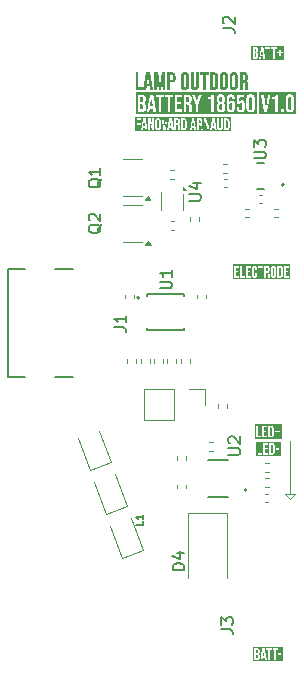
<source format=gbr>
%TF.GenerationSoftware,KiCad,Pcbnew,8.0.5*%
%TF.CreationDate,2025-01-30T00:47:00+01:00*%
%TF.ProjectId,LAMP_OUTDOOR_BATTERY,4c414d50-5f4f-4555-9444-4f4f525f4241,rev?*%
%TF.SameCoordinates,Original*%
%TF.FileFunction,Legend,Top*%
%TF.FilePolarity,Positive*%
%FSLAX46Y46*%
G04 Gerber Fmt 4.6, Leading zero omitted, Abs format (unit mm)*
G04 Created by KiCad (PCBNEW 8.0.5) date 2025-01-30 00:47:00*
%MOMM*%
%LPD*%
G01*
G04 APERTURE LIST*
%ADD10C,0.100000*%
%ADD11C,0.150000*%
%ADD12C,0.127000*%
%ADD13C,0.200000*%
%ADD14C,0.120000*%
G04 APERTURE END LIST*
D10*
X158880000Y-106350000D02*
X159750000Y-106350000D01*
X159320000Y-106780000D02*
X158880000Y-106350000D01*
X159750000Y-106350000D02*
X159320000Y-106780000D01*
X159320000Y-106780000D02*
X159750000Y-106350000D01*
X159310000Y-101900000D02*
X159315000Y-106350000D01*
G36*
X157833083Y-102186686D02*
G01*
X157877473Y-102208367D01*
X157890757Y-102231300D01*
X157897990Y-102281639D01*
X157897990Y-102793572D01*
X157896367Y-102819908D01*
X157877473Y-102866845D01*
X157867774Y-102875601D01*
X157819588Y-102889316D01*
X157741186Y-102889316D01*
X157741186Y-102185896D01*
X157819588Y-102185896D01*
X157833083Y-102186686D01*
G37*
G36*
X158551320Y-103141111D02*
G01*
X156486286Y-103141111D01*
X156486286Y-103030000D01*
X156597397Y-103030000D01*
X157004794Y-103030000D01*
X157079043Y-103030000D01*
X157499141Y-103030000D01*
X157499141Y-102889316D01*
X157587069Y-102889316D01*
X157587069Y-103030000D01*
X157822274Y-103030000D01*
X157856746Y-103028491D01*
X157906072Y-103019801D01*
X157952987Y-103000792D01*
X157994466Y-102968206D01*
X158019577Y-102933600D01*
X158039251Y-102886092D01*
X158049116Y-102836240D01*
X158051863Y-102786734D01*
X158051863Y-102607948D01*
X158132219Y-102607948D01*
X158440209Y-102607948D01*
X158440209Y-102467264D01*
X158132219Y-102467264D01*
X158132219Y-102607948D01*
X158051863Y-102607948D01*
X158051863Y-102288478D01*
X158050461Y-102252562D01*
X158042390Y-102200951D01*
X158024734Y-102151500D01*
X157994466Y-102107250D01*
X157970924Y-102086167D01*
X157928044Y-102062721D01*
X157876084Y-102049090D01*
X157822274Y-102045212D01*
X157587069Y-102045212D01*
X157587069Y-102889316D01*
X157499141Y-102889316D01*
X157233161Y-102889316D01*
X157233161Y-102592316D01*
X157444431Y-102592316D01*
X157444431Y-102451632D01*
X157233161Y-102451632D01*
X157233161Y-102185896D01*
X157499141Y-102185896D01*
X157499141Y-102045212D01*
X157079043Y-102045212D01*
X157079043Y-103030000D01*
X157004794Y-103030000D01*
X157004794Y-102889316D01*
X156751514Y-102889316D01*
X156751514Y-102045212D01*
X156597397Y-102045212D01*
X156597397Y-103030000D01*
X156486286Y-103030000D01*
X156486286Y-101934101D01*
X158551320Y-101934101D01*
X158551320Y-103141111D01*
G37*
G36*
X157742225Y-100736686D02*
G01*
X157786615Y-100758367D01*
X157799899Y-100781300D01*
X157807132Y-100831639D01*
X157807132Y-101343572D01*
X157805509Y-101369908D01*
X157786615Y-101416845D01*
X157776916Y-101425601D01*
X157728730Y-101439316D01*
X157650328Y-101439316D01*
X157650328Y-100735896D01*
X157728730Y-100735896D01*
X157742225Y-100736686D01*
G37*
G36*
X158639736Y-101691111D02*
G01*
X156395428Y-101691111D01*
X156395428Y-101580000D01*
X156506539Y-101580000D01*
X156913936Y-101580000D01*
X156988185Y-101580000D01*
X157408283Y-101580000D01*
X157408283Y-101439316D01*
X157496211Y-101439316D01*
X157496211Y-101580000D01*
X157731416Y-101580000D01*
X157765888Y-101578491D01*
X157815214Y-101569801D01*
X157862129Y-101550792D01*
X157903608Y-101518206D01*
X157928719Y-101483600D01*
X157948393Y-101436092D01*
X157958258Y-101386240D01*
X157961005Y-101336734D01*
X157961005Y-101032896D01*
X158044292Y-101032896D01*
X158044292Y-101142316D01*
X158231870Y-101142316D01*
X158231870Y-101329895D01*
X158341047Y-101329895D01*
X158341047Y-101142316D01*
X158528625Y-101142316D01*
X158528625Y-101032896D01*
X158341047Y-101032896D01*
X158341047Y-100829685D01*
X158231870Y-100829685D01*
X158231870Y-101032896D01*
X158044292Y-101032896D01*
X157961005Y-101032896D01*
X157961005Y-100838478D01*
X157959603Y-100802562D01*
X157951532Y-100750951D01*
X157933876Y-100701500D01*
X157903608Y-100657250D01*
X157880066Y-100636167D01*
X157837186Y-100612721D01*
X157785226Y-100599090D01*
X157731416Y-100595212D01*
X157496211Y-100595212D01*
X157496211Y-101439316D01*
X157408283Y-101439316D01*
X157142303Y-101439316D01*
X157142303Y-101142316D01*
X157353573Y-101142316D01*
X157353573Y-101001632D01*
X157142303Y-101001632D01*
X157142303Y-100735896D01*
X157408283Y-100735896D01*
X157408283Y-100595212D01*
X156988185Y-100595212D01*
X156988185Y-101580000D01*
X156913936Y-101580000D01*
X156913936Y-101439316D01*
X156660656Y-101439316D01*
X156660656Y-100595212D01*
X156506539Y-100595212D01*
X156506539Y-101580000D01*
X156395428Y-101580000D01*
X156395428Y-100484101D01*
X158639736Y-100484101D01*
X158639736Y-101691111D01*
G37*
G36*
X157984302Y-87197973D02*
G01*
X158017762Y-87236326D01*
X158025561Y-87287718D01*
X158025561Y-87827494D01*
X158021739Y-87865467D01*
X157994363Y-87911243D01*
X157945694Y-87924947D01*
X157907204Y-87917238D01*
X157873846Y-87878885D01*
X157866071Y-87827494D01*
X157866071Y-87287718D01*
X157869881Y-87249745D01*
X157897173Y-87203969D01*
X157945694Y-87190265D01*
X157984302Y-87197973D01*
G37*
G36*
X157397887Y-87206738D02*
G01*
X157442798Y-87229832D01*
X157455821Y-87256433D01*
X157461849Y-87307257D01*
X157461849Y-87383217D01*
X157459107Y-87418028D01*
X157438646Y-87463328D01*
X157418164Y-87477914D01*
X157369525Y-87487264D01*
X157313593Y-87487264D01*
X157313593Y-87205896D01*
X157383447Y-87205896D01*
X157397887Y-87206738D01*
G37*
G36*
X158529008Y-87206686D02*
G01*
X158573398Y-87228367D01*
X158586682Y-87251300D01*
X158593914Y-87301639D01*
X158593914Y-87813572D01*
X158592291Y-87839908D01*
X158573398Y-87886845D01*
X158563699Y-87895601D01*
X158515512Y-87909316D01*
X158437110Y-87909316D01*
X158437110Y-87205896D01*
X158515512Y-87205896D01*
X158529008Y-87206686D01*
G37*
G36*
X159381822Y-88176742D02*
G01*
X154506286Y-88176742D01*
X154506286Y-88050000D01*
X154617397Y-88050000D01*
X155037494Y-88050000D01*
X155125422Y-88050000D01*
X155532819Y-88050000D01*
X155607069Y-88050000D01*
X156027166Y-88050000D01*
X156027166Y-87909316D01*
X155761186Y-87909316D01*
X155761186Y-87612316D01*
X155972456Y-87612316D01*
X155972456Y-87471632D01*
X155761186Y-87471632D01*
X155761186Y-87292358D01*
X156105324Y-87292358D01*
X156105324Y-87822854D01*
X156106743Y-87857756D01*
X156114918Y-87908291D01*
X156132799Y-87957334D01*
X156163454Y-88002128D01*
X156182895Y-88020422D01*
X156229435Y-88047709D01*
X156280049Y-88061662D01*
X156331981Y-88065631D01*
X156358821Y-88064643D01*
X156413211Y-88055191D01*
X156459294Y-88035731D01*
X156500753Y-88002372D01*
X156523403Y-87972088D01*
X156544351Y-87925802D01*
X156555250Y-87877717D01*
X156558883Y-87823098D01*
X156558883Y-87683635D01*
X156413314Y-87683635D01*
X156413314Y-87834577D01*
X156410609Y-87865289D01*
X156386191Y-87910033D01*
X156336378Y-87924947D01*
X156306304Y-87920623D01*
X156268317Y-87886028D01*
X156259197Y-87834577D01*
X156259197Y-87282100D01*
X156261910Y-87250890D01*
X156286406Y-87205421D01*
X156336378Y-87190265D01*
X156370037Y-87196020D01*
X156405801Y-87233787D01*
X156413314Y-87282344D01*
X156413314Y-87396894D01*
X156558883Y-87396894D01*
X156558883Y-87292358D01*
X156557464Y-87257456D01*
X156549289Y-87206920D01*
X156548916Y-87205896D01*
X156609930Y-87205896D01*
X156770886Y-87205896D01*
X156770886Y-88050000D01*
X156924759Y-88050000D01*
X156924759Y-87487264D01*
X157159476Y-87487264D01*
X157159476Y-88050000D01*
X157313593Y-88050000D01*
X157313593Y-87627948D01*
X157366594Y-87627948D01*
X157396795Y-87630572D01*
X157441577Y-87654815D01*
X157459154Y-87697671D01*
X157463314Y-87748848D01*
X157463314Y-87929099D01*
X157463482Y-87954363D01*
X157466001Y-88005059D01*
X157477236Y-88050000D01*
X157634040Y-88050000D01*
X157632668Y-88046852D01*
X157619874Y-87998953D01*
X157618457Y-87981069D01*
X157617187Y-87930809D01*
X157617187Y-87758129D01*
X157615737Y-87716837D01*
X157609007Y-87667189D01*
X157593984Y-87619155D01*
X157590985Y-87612790D01*
X157560285Y-87573806D01*
X157515094Y-87550279D01*
X157515094Y-87547592D01*
X157533121Y-87538950D01*
X157572524Y-87506187D01*
X157599318Y-87459289D01*
X157612420Y-87406657D01*
X157615966Y-87352930D01*
X157615966Y-87297976D01*
X157711953Y-87297976D01*
X157711953Y-87817236D01*
X157714066Y-87859777D01*
X157723454Y-87910648D01*
X157742993Y-87959887D01*
X157772037Y-88000662D01*
X157796523Y-88022742D01*
X157840240Y-88047295D01*
X157892342Y-88061571D01*
X157945694Y-88065631D01*
X157986403Y-88063347D01*
X158034832Y-88053196D01*
X158081322Y-88032068D01*
X158119351Y-88000662D01*
X158145744Y-87964835D01*
X158166423Y-87916537D01*
X158167919Y-87909316D01*
X158282993Y-87909316D01*
X158282993Y-88050000D01*
X158518199Y-88050000D01*
X158850614Y-88050000D01*
X159270711Y-88050000D01*
X159270711Y-87909316D01*
X159004731Y-87909316D01*
X159004731Y-87612316D01*
X159216001Y-87612316D01*
X159216001Y-87471632D01*
X159004731Y-87471632D01*
X159004731Y-87205896D01*
X159270711Y-87205896D01*
X159270711Y-87065212D01*
X158850614Y-87065212D01*
X158850614Y-88050000D01*
X158518199Y-88050000D01*
X158552671Y-88048491D01*
X158601997Y-88039801D01*
X158648912Y-88020792D01*
X158690390Y-87988206D01*
X158715502Y-87953600D01*
X158735176Y-87906092D01*
X158745041Y-87856240D01*
X158747787Y-87806734D01*
X158747787Y-87308478D01*
X158746386Y-87272562D01*
X158738315Y-87220951D01*
X158720658Y-87171500D01*
X158690390Y-87127250D01*
X158666849Y-87106167D01*
X158623969Y-87082721D01*
X158572009Y-87069090D01*
X158518199Y-87065212D01*
X158282993Y-87065212D01*
X158282993Y-87909316D01*
X158167919Y-87909316D01*
X158176792Y-87866502D01*
X158179678Y-87817236D01*
X158179678Y-87297976D01*
X158177558Y-87255435D01*
X158168131Y-87204563D01*
X158148513Y-87155325D01*
X158119351Y-87114549D01*
X158094939Y-87092470D01*
X158051269Y-87067917D01*
X157999137Y-87053641D01*
X157945694Y-87049581D01*
X157905059Y-87051865D01*
X157856676Y-87062016D01*
X157810164Y-87083144D01*
X157772037Y-87114549D01*
X157745751Y-87150377D01*
X157725155Y-87198675D01*
X157714829Y-87248710D01*
X157712552Y-87287718D01*
X157711953Y-87297976D01*
X157615966Y-87297976D01*
X157615966Y-87292358D01*
X157614630Y-87257647D01*
X157606937Y-87208210D01*
X157590107Y-87161572D01*
X157561256Y-87120900D01*
X157534330Y-87099201D01*
X157485118Y-87077448D01*
X157436648Y-87067877D01*
X157387599Y-87065212D01*
X157159476Y-87065212D01*
X157159476Y-87487264D01*
X156924759Y-87487264D01*
X156924759Y-87205896D01*
X157085959Y-87205896D01*
X157085959Y-87065212D01*
X156609930Y-87065212D01*
X156609930Y-87205896D01*
X156548916Y-87205896D01*
X156531408Y-87157878D01*
X156500753Y-87113084D01*
X156481306Y-87094790D01*
X156434718Y-87067503D01*
X156384020Y-87053550D01*
X156331981Y-87049581D01*
X156305199Y-87050573D01*
X156250909Y-87060061D01*
X156204889Y-87079596D01*
X156163454Y-87113084D01*
X156140804Y-87143368D01*
X156119856Y-87189654D01*
X156108957Y-87237739D01*
X156105324Y-87292358D01*
X155761186Y-87292358D01*
X155761186Y-87205896D01*
X156027166Y-87205896D01*
X156027166Y-87065212D01*
X155607069Y-87065212D01*
X155607069Y-88050000D01*
X155532819Y-88050000D01*
X155532819Y-87909316D01*
X155279539Y-87909316D01*
X155279539Y-87065212D01*
X155125422Y-87065212D01*
X155125422Y-88050000D01*
X155037494Y-88050000D01*
X155037494Y-87909316D01*
X154771514Y-87909316D01*
X154771514Y-87612316D01*
X154982784Y-87612316D01*
X154982784Y-87471632D01*
X154771514Y-87471632D01*
X154771514Y-87205896D01*
X155037494Y-87205896D01*
X155037494Y-87065212D01*
X154617397Y-87065212D01*
X154617397Y-88050000D01*
X154506286Y-88050000D01*
X154506286Y-86938470D01*
X159381822Y-86938470D01*
X159381822Y-88176742D01*
G37*
G36*
X156438561Y-69074821D02*
G01*
X156484445Y-69097962D01*
X156503206Y-69139521D01*
X156507648Y-69189797D01*
X156507648Y-69274061D01*
X156506102Y-69301145D01*
X156488108Y-69348066D01*
X156477026Y-69357363D01*
X156428024Y-69369316D01*
X156339853Y-69369316D01*
X156339853Y-69072316D01*
X156408241Y-69072316D01*
X156438561Y-69074821D01*
G37*
G36*
X156428381Y-68666755D02*
G01*
X156473454Y-68690321D01*
X156486953Y-68719819D01*
X156492260Y-68769211D01*
X156492260Y-68825387D01*
X156489519Y-68860951D01*
X156469057Y-68907208D01*
X156448575Y-68922092D01*
X156399937Y-68931632D01*
X156339853Y-68931632D01*
X156339853Y-68665896D01*
X156413858Y-68665896D01*
X156428381Y-68666755D01*
G37*
G36*
X157038387Y-69181737D02*
G01*
X156899902Y-69181737D01*
X156967068Y-68701800D01*
X156969755Y-68701800D01*
X157038387Y-69181737D01*
G37*
G36*
X158855290Y-69621111D02*
G01*
X156074625Y-69621111D01*
X156074625Y-68931632D01*
X156185736Y-68931632D01*
X156185736Y-69369316D01*
X156185736Y-69510000D01*
X156428024Y-69510000D01*
X156710858Y-69510000D01*
X156853496Y-69510000D01*
X156881583Y-69322421D01*
X157056706Y-69322421D01*
X157084549Y-69510000D01*
X157238666Y-69510000D01*
X157101751Y-68665896D01*
X157207159Y-68665896D01*
X157368115Y-68665896D01*
X157368115Y-69510000D01*
X157521988Y-69510000D01*
X157521988Y-68665896D01*
X157683188Y-68665896D01*
X157729839Y-68665896D01*
X157890795Y-68665896D01*
X157890795Y-69510000D01*
X158044668Y-69510000D01*
X158044668Y-68962896D01*
X158259846Y-68962896D01*
X158259846Y-69072316D01*
X158447424Y-69072316D01*
X158447424Y-69259895D01*
X158556601Y-69259895D01*
X158556601Y-69072316D01*
X158744179Y-69072316D01*
X158744179Y-68962896D01*
X158556601Y-68962896D01*
X158556601Y-68759685D01*
X158447424Y-68759685D01*
X158447424Y-68962896D01*
X158259846Y-68962896D01*
X158044668Y-68962896D01*
X158044668Y-68665896D01*
X158205868Y-68665896D01*
X158205868Y-68525212D01*
X157729839Y-68525212D01*
X157729839Y-68665896D01*
X157683188Y-68665896D01*
X157683188Y-68525212D01*
X157207159Y-68525212D01*
X157207159Y-68665896D01*
X157101751Y-68665896D01*
X157078932Y-68525212D01*
X156870348Y-68525212D01*
X156764021Y-69181737D01*
X156710858Y-69510000D01*
X156428024Y-69510000D01*
X156462544Y-69508556D01*
X156512144Y-69500245D01*
X156559661Y-69482062D01*
X156602170Y-69450893D01*
X156619338Y-69431116D01*
X156644946Y-69383727D01*
X156658040Y-69332145D01*
X156661765Y-69279190D01*
X156661765Y-69195903D01*
X156659971Y-69156882D01*
X156650555Y-69105662D01*
X156629367Y-69056997D01*
X156591700Y-69016007D01*
X156546971Y-68992937D01*
X156546971Y-68990251D01*
X156590812Y-68962041D01*
X156621709Y-68920397D01*
X156632502Y-68894324D01*
X156643463Y-68844402D01*
X156646378Y-68794856D01*
X156646378Y-68754801D01*
X156645042Y-68719725D01*
X156637348Y-68669781D01*
X156620518Y-68622681D01*
X156591667Y-68581632D01*
X156564753Y-68559648D01*
X156515599Y-68537609D01*
X156467208Y-68527912D01*
X156418255Y-68525212D01*
X156185736Y-68525212D01*
X156185736Y-68931632D01*
X156074625Y-68931632D01*
X156074625Y-68414101D01*
X158855290Y-68414101D01*
X158855290Y-69621111D01*
G37*
G36*
X156580222Y-119984821D02*
G01*
X156626106Y-120007962D01*
X156644867Y-120049521D01*
X156649309Y-120099797D01*
X156649309Y-120184061D01*
X156647763Y-120211145D01*
X156629769Y-120258066D01*
X156618687Y-120267363D01*
X156569685Y-120279316D01*
X156481514Y-120279316D01*
X156481514Y-119982316D01*
X156549902Y-119982316D01*
X156580222Y-119984821D01*
G37*
G36*
X156570042Y-119576755D02*
G01*
X156615115Y-119600321D01*
X156628614Y-119629819D01*
X156633921Y-119679211D01*
X156633921Y-119735387D01*
X156631180Y-119770951D01*
X156610718Y-119817208D01*
X156590236Y-119832092D01*
X156541598Y-119841632D01*
X156481514Y-119841632D01*
X156481514Y-119575896D01*
X156555519Y-119575896D01*
X156570042Y-119576755D01*
G37*
G36*
X157180048Y-120091737D02*
G01*
X157041563Y-120091737D01*
X157108729Y-119611800D01*
X157111416Y-119611800D01*
X157180048Y-120091737D01*
G37*
G36*
X158716072Y-120531111D02*
G01*
X156216286Y-120531111D01*
X156216286Y-119841632D01*
X156327397Y-119841632D01*
X156327397Y-120279316D01*
X156327397Y-120420000D01*
X156569685Y-120420000D01*
X156852519Y-120420000D01*
X156995157Y-120420000D01*
X157023244Y-120232421D01*
X157198367Y-120232421D01*
X157226210Y-120420000D01*
X157380327Y-120420000D01*
X157243412Y-119575896D01*
X157348820Y-119575896D01*
X157509776Y-119575896D01*
X157509776Y-120420000D01*
X157663649Y-120420000D01*
X157663649Y-119575896D01*
X157824849Y-119575896D01*
X157871500Y-119575896D01*
X158032456Y-119575896D01*
X158032456Y-120420000D01*
X158186329Y-120420000D01*
X158186329Y-119997948D01*
X158296971Y-119997948D01*
X158604961Y-119997948D01*
X158604961Y-119857264D01*
X158296971Y-119857264D01*
X158296971Y-119997948D01*
X158186329Y-119997948D01*
X158186329Y-119575896D01*
X158347529Y-119575896D01*
X158347529Y-119435212D01*
X157871500Y-119435212D01*
X157871500Y-119575896D01*
X157824849Y-119575896D01*
X157824849Y-119435212D01*
X157348820Y-119435212D01*
X157348820Y-119575896D01*
X157243412Y-119575896D01*
X157220593Y-119435212D01*
X157012009Y-119435212D01*
X156905682Y-120091737D01*
X156852519Y-120420000D01*
X156569685Y-120420000D01*
X156604205Y-120418556D01*
X156653805Y-120410245D01*
X156701322Y-120392062D01*
X156743831Y-120360893D01*
X156760999Y-120341116D01*
X156786607Y-120293727D01*
X156799701Y-120242145D01*
X156803426Y-120189190D01*
X156803426Y-120105903D01*
X156801632Y-120066882D01*
X156792216Y-120015662D01*
X156771028Y-119966997D01*
X156733361Y-119926007D01*
X156688632Y-119902937D01*
X156688632Y-119900251D01*
X156732473Y-119872041D01*
X156763370Y-119830397D01*
X156774163Y-119804324D01*
X156785124Y-119754402D01*
X156788039Y-119704856D01*
X156788039Y-119664801D01*
X156786703Y-119629725D01*
X156779009Y-119579781D01*
X156762179Y-119532681D01*
X156733328Y-119491632D01*
X156706414Y-119469648D01*
X156657260Y-119447609D01*
X156608869Y-119437912D01*
X156559916Y-119435212D01*
X156327397Y-119435212D01*
X156327397Y-119841632D01*
X156216286Y-119841632D01*
X156216286Y-119324101D01*
X158716072Y-119324101D01*
X158716072Y-120531111D01*
G37*
G36*
X153496289Y-73368635D02*
G01*
X153567743Y-73391607D01*
X153608374Y-73453454D01*
X153618690Y-73532972D01*
X153618690Y-73672923D01*
X153608374Y-73752441D01*
X153562521Y-73817983D01*
X153488265Y-73837421D01*
X153480263Y-73837260D01*
X153409010Y-73814289D01*
X153368493Y-73752441D01*
X153358205Y-73672923D01*
X153358205Y-73532972D01*
X153368493Y-73453454D01*
X153414217Y-73387912D01*
X153488265Y-73368475D01*
X153496289Y-73368635D01*
G37*
G36*
X153557723Y-72753320D02*
G01*
X153600614Y-72813753D01*
X153610264Y-72887072D01*
X153610264Y-73005774D01*
X153602639Y-73072132D01*
X153562608Y-73136120D01*
X153488265Y-73157449D01*
X153419015Y-73139526D01*
X153376253Y-73079093D01*
X153366632Y-73005774D01*
X153366632Y-72887072D01*
X153374234Y-72820714D01*
X153414145Y-72756727D01*
X153488265Y-72735397D01*
X153557723Y-72753320D01*
G37*
G36*
X154392301Y-73286451D02*
G01*
X154442337Y-73344990D01*
X154454001Y-73423429D01*
X154454001Y-73690875D01*
X154448286Y-73747977D01*
X154407347Y-73816813D01*
X154334566Y-73837421D01*
X154276655Y-73825829D01*
X154226464Y-73768155D01*
X154214765Y-73690875D01*
X154214765Y-73423429D01*
X154222253Y-73358354D01*
X154261562Y-73295603D01*
X154334566Y-73274685D01*
X154392301Y-73286451D01*
G37*
G36*
X156065297Y-72746960D02*
G01*
X156115487Y-72804490D01*
X156127187Y-72881577D01*
X156127187Y-73691242D01*
X156121454Y-73748200D01*
X156080389Y-73816865D01*
X156007385Y-73837421D01*
X155949651Y-73825858D01*
X155899614Y-73768328D01*
X155887951Y-73691242D01*
X155887951Y-72881577D01*
X155893666Y-72824618D01*
X155934605Y-72755954D01*
X156007385Y-72735397D01*
X156065297Y-72746960D01*
G37*
G36*
X146817556Y-73372231D02*
G01*
X146886381Y-73406943D01*
X146914523Y-73469282D01*
X146921185Y-73544696D01*
X146921185Y-73671092D01*
X146918867Y-73711718D01*
X146891876Y-73782100D01*
X146875252Y-73796045D01*
X146801750Y-73813974D01*
X146669493Y-73813974D01*
X146669493Y-73368475D01*
X146772075Y-73368475D01*
X146817556Y-73372231D01*
G37*
G36*
X146802286Y-72760133D02*
G01*
X146869894Y-72795481D01*
X146890143Y-72839729D01*
X146898104Y-72913817D01*
X146898104Y-72998080D01*
X146893992Y-73051427D01*
X146863300Y-73120812D01*
X146832577Y-73143138D01*
X146759619Y-73157449D01*
X146669493Y-73157449D01*
X146669493Y-72758845D01*
X146780501Y-72758845D01*
X146802286Y-72760133D01*
G37*
G36*
X147717295Y-73532606D02*
G01*
X147509566Y-73532606D01*
X147610316Y-72812700D01*
X147614346Y-72812700D01*
X147717295Y-73532606D01*
G37*
G36*
X150698445Y-72760107D02*
G01*
X150765812Y-72794748D01*
X150785347Y-72834649D01*
X150794388Y-72910886D01*
X150794388Y-73024825D01*
X150790276Y-73077042D01*
X150759584Y-73144993D01*
X150728861Y-73166871D01*
X150655903Y-73180896D01*
X150572005Y-73180896D01*
X150572005Y-72758845D01*
X150676785Y-72758845D01*
X150698445Y-72760107D01*
G37*
G36*
X156525029Y-74215114D02*
G01*
X146271650Y-74215114D01*
X146271650Y-73157449D01*
X146438317Y-73157449D01*
X146438317Y-73813974D01*
X146438317Y-74025000D01*
X146801750Y-74025000D01*
X147226000Y-74025000D01*
X147439957Y-74025000D01*
X147482089Y-73743632D01*
X147744772Y-73743632D01*
X147786538Y-74025000D01*
X148017713Y-74025000D01*
X147812340Y-72758845D01*
X147970452Y-72758845D01*
X148211887Y-72758845D01*
X148211887Y-74025000D01*
X148442696Y-74025000D01*
X148442696Y-72758845D01*
X148684496Y-72758845D01*
X148754472Y-72758845D01*
X148995906Y-72758845D01*
X148995906Y-74025000D01*
X149226716Y-74025000D01*
X149578792Y-74025000D01*
X150208938Y-74025000D01*
X150208938Y-73813974D01*
X149809967Y-73813974D01*
X149809967Y-73368475D01*
X150126873Y-73368475D01*
X150126873Y-73180896D01*
X150340829Y-73180896D01*
X150340829Y-74025000D01*
X150572005Y-74025000D01*
X150572005Y-73391922D01*
X150651506Y-73391922D01*
X150696808Y-73395858D01*
X150763980Y-73432222D01*
X150790345Y-73496506D01*
X150796586Y-73573272D01*
X150796586Y-73843649D01*
X150796838Y-73881545D01*
X150800616Y-73957588D01*
X150817469Y-74025000D01*
X151052675Y-74025000D01*
X151050617Y-74020278D01*
X151031426Y-73948429D01*
X151029301Y-73921603D01*
X151027396Y-73846214D01*
X151027396Y-73587194D01*
X151025221Y-73525256D01*
X151015126Y-73450783D01*
X150992591Y-73378733D01*
X150988093Y-73369185D01*
X150942042Y-73310709D01*
X150874256Y-73275418D01*
X150874256Y-73271388D01*
X150901296Y-73258426D01*
X150960401Y-73209281D01*
X151000592Y-73138934D01*
X151020245Y-73059986D01*
X151025564Y-72979396D01*
X151025564Y-72888538D01*
X151023561Y-72836470D01*
X151012020Y-72762316D01*
X150986775Y-72692358D01*
X150943499Y-72631350D01*
X150903109Y-72598802D01*
X150829293Y-72566173D01*
X150756587Y-72551816D01*
X150683014Y-72547819D01*
X151085648Y-72547819D01*
X151364817Y-73405111D01*
X151364817Y-74025000D01*
X151595627Y-74025000D01*
X151595627Y-73405111D01*
X151814000Y-72735397D01*
X152396866Y-72735397D01*
X152396866Y-72899528D01*
X152638300Y-72899528D01*
X152638300Y-74025000D01*
X152869109Y-74025000D01*
X152869109Y-73557519D01*
X153127030Y-73557519D01*
X153127030Y-73686845D01*
X153130314Y-73749755D01*
X153144911Y-73824620D01*
X153175292Y-73896525D01*
X153220452Y-73955390D01*
X153265325Y-73991650D01*
X153334300Y-74025183D01*
X153406268Y-74042631D01*
X153488265Y-74048447D01*
X153550814Y-74045175D01*
X153625358Y-74030635D01*
X153697122Y-74000374D01*
X153756077Y-73955390D01*
X153792479Y-73910734D01*
X153826144Y-73841726D01*
X153843661Y-73769438D01*
X153849500Y-73686845D01*
X153849500Y-73557152D01*
X153848623Y-73523999D01*
X153838140Y-73445753D01*
X153813596Y-73374337D01*
X153806547Y-73360675D01*
X153759706Y-73300869D01*
X153698558Y-73257833D01*
X153698558Y-73253803D01*
X153724027Y-73237318D01*
X153779697Y-73181963D01*
X153817553Y-73110030D01*
X153836063Y-73033489D01*
X153841074Y-72957780D01*
X153841074Y-72909787D01*
X153983589Y-72909787D01*
X153983589Y-73423429D01*
X153983589Y-73675854D01*
X153986758Y-73739666D01*
X154000840Y-73815973D01*
X154030148Y-73889830D01*
X154073715Y-73950994D01*
X154110457Y-73984113D01*
X154176100Y-74020943D01*
X154254378Y-74042356D01*
X154334566Y-74048447D01*
X154395506Y-74044995D01*
X154468023Y-74029653D01*
X154537672Y-73997724D01*
X154594685Y-73950261D01*
X154634275Y-73896085D01*
X154665293Y-73822985D01*
X154680847Y-73747205D01*
X154685177Y-73672557D01*
X154685177Y-73405478D01*
X154684466Y-73377267D01*
X154827693Y-73377267D01*
X155046046Y-73377267D01*
X155053533Y-73311871D01*
X155092843Y-73248811D01*
X155165847Y-73227791D01*
X155223581Y-73239122D01*
X155273618Y-73295498D01*
X155285282Y-73371039D01*
X155285282Y-73696371D01*
X155279566Y-73751331D01*
X155238627Y-73817586D01*
X155165847Y-73837421D01*
X155107935Y-73826264D01*
X155057745Y-73770753D01*
X155046046Y-73696371D01*
X155046046Y-73565579D01*
X154827693Y-73565579D01*
X154827693Y-73680617D01*
X154830784Y-73744352D01*
X154844522Y-73820315D01*
X154873116Y-73893457D01*
X154915620Y-73953558D01*
X154951538Y-73985806D01*
X155015944Y-74021667D01*
X155092986Y-74042516D01*
X155172075Y-74048447D01*
X155222570Y-74046130D01*
X155295287Y-74032787D01*
X155365216Y-74003597D01*
X155428164Y-73953558D01*
X155466792Y-73900802D01*
X155497057Y-73829189D01*
X155512232Y-73754634D01*
X155516457Y-73680983D01*
X155516457Y-73350889D01*
X155515884Y-73321003D01*
X155508752Y-73247982D01*
X155488373Y-73170359D01*
X155451245Y-73102494D01*
X155404741Y-73057285D01*
X155333162Y-73025137D01*
X155260369Y-73016765D01*
X155252033Y-73016871D01*
X155176112Y-73029622D01*
X155108220Y-73068195D01*
X155060700Y-73125575D01*
X155056670Y-73125575D01*
X155068318Y-72896964D01*
X155656775Y-72896964D01*
X155656775Y-73675854D01*
X155659943Y-73739666D01*
X155674025Y-73815973D01*
X155703334Y-73889830D01*
X155746900Y-73950994D01*
X155783630Y-73984113D01*
X155849205Y-74020943D01*
X155927358Y-74042356D01*
X156007385Y-74048447D01*
X156068450Y-74045021D01*
X156141093Y-74029794D01*
X156210828Y-73998102D01*
X156267870Y-73950994D01*
X156307461Y-73897253D01*
X156338479Y-73824806D01*
X156354032Y-73749753D01*
X156358362Y-73675854D01*
X156358362Y-72896964D01*
X156355181Y-72833152D01*
X156341042Y-72756845D01*
X156311614Y-72682988D01*
X156267870Y-72621824D01*
X156231253Y-72588706D01*
X156165748Y-72551875D01*
X156087551Y-72530462D01*
X156007385Y-72524371D01*
X155946433Y-72527798D01*
X155873859Y-72543025D01*
X155804091Y-72574716D01*
X155746900Y-72621824D01*
X155707471Y-72675565D01*
X155676578Y-72748012D01*
X155661088Y-72823065D01*
X155657673Y-72881577D01*
X155656775Y-72896964D01*
X155068318Y-72896964D01*
X155075355Y-72758845D01*
X155478722Y-72758845D01*
X155478722Y-72547819D01*
X154869458Y-72547819D01*
X154827693Y-73377267D01*
X154684466Y-73377267D01*
X154684158Y-73365040D01*
X154676006Y-73291584D01*
X154657092Y-73220770D01*
X154619964Y-73151221D01*
X154578500Y-73108894D01*
X154508338Y-73074006D01*
X154429088Y-73063660D01*
X154393185Y-73065692D01*
X154322448Y-73085125D01*
X154260166Y-73130848D01*
X154218795Y-73193719D01*
X154214765Y-73193719D01*
X154214765Y-72914549D01*
X154219196Y-72848037D01*
X154246272Y-72774965D01*
X154269256Y-72754099D01*
X154342993Y-72735397D01*
X154400727Y-72746670D01*
X154450764Y-72802758D01*
X154462427Y-72877913D01*
X154462427Y-72919312D01*
X154680780Y-72919312D01*
X154680780Y-72892201D01*
X154677676Y-72828480D01*
X154663880Y-72752573D01*
X154635168Y-72679550D01*
X154592487Y-72619626D01*
X154556693Y-72587254D01*
X154492425Y-72551255D01*
X154415464Y-72530325D01*
X154336398Y-72524371D01*
X154253708Y-72530394D01*
X154165851Y-72554858D01*
X154095220Y-72598142D01*
X154041816Y-72660245D01*
X154005640Y-72741168D01*
X153989102Y-72819455D01*
X153983589Y-72909787D01*
X153841074Y-72909787D01*
X153841074Y-72895498D01*
X153837866Y-72830892D01*
X153823613Y-72754047D01*
X153793947Y-72680297D01*
X153749849Y-72619993D01*
X153712858Y-72587496D01*
X153646938Y-72551358D01*
X153568499Y-72530348D01*
X153488265Y-72524371D01*
X153427274Y-72527733D01*
X153354527Y-72542674D01*
X153284402Y-72573769D01*
X153226681Y-72619993D01*
X153186770Y-72673092D01*
X153155500Y-72745475D01*
X153139821Y-72821055D01*
X153135969Y-72887072D01*
X153135456Y-72895865D01*
X153135456Y-72958147D01*
X153136306Y-72991994D01*
X153146468Y-73071040D01*
X153170261Y-73141695D01*
X153172473Y-73146153D01*
X153218097Y-73209202D01*
X153278338Y-73254169D01*
X153278338Y-73258565D01*
X153263749Y-73266683D01*
X153205887Y-73312144D01*
X153162567Y-73374703D01*
X153148720Y-73408746D01*
X153132027Y-73480805D01*
X153128629Y-73532972D01*
X153127030Y-73557519D01*
X152869109Y-73557519D01*
X152869109Y-72547819D01*
X152713771Y-72547819D01*
X152692201Y-72598927D01*
X152650756Y-72662124D01*
X152623424Y-72686478D01*
X152555135Y-72718545D01*
X152543597Y-72721556D01*
X152470530Y-72732616D01*
X152396866Y-72735397D01*
X151814000Y-72735397D01*
X151875163Y-72547819D01*
X151650215Y-72547819D01*
X151493045Y-73103593D01*
X151488649Y-73103593D01*
X151331112Y-72547819D01*
X151085648Y-72547819D01*
X150683014Y-72547819D01*
X150340829Y-72547819D01*
X150340829Y-73180896D01*
X150126873Y-73180896D01*
X150126873Y-73157449D01*
X149809967Y-73157449D01*
X149809967Y-72758845D01*
X150208938Y-72758845D01*
X150208938Y-72547819D01*
X149578792Y-72547819D01*
X149578792Y-74025000D01*
X149226716Y-74025000D01*
X149226716Y-72758845D01*
X149468516Y-72758845D01*
X149468516Y-72547819D01*
X148754472Y-72547819D01*
X148754472Y-72758845D01*
X148684496Y-72758845D01*
X148684496Y-72547819D01*
X147970452Y-72547819D01*
X147970452Y-72758845D01*
X147812340Y-72758845D01*
X147778111Y-72547819D01*
X147465236Y-72547819D01*
X147305745Y-73532606D01*
X147226000Y-74025000D01*
X146801750Y-74025000D01*
X146853530Y-74022835D01*
X146927930Y-74010367D01*
X146999205Y-73983094D01*
X147062968Y-73936339D01*
X147088721Y-73906674D01*
X147127132Y-73835591D01*
X147146774Y-73758218D01*
X147152361Y-73678785D01*
X147152361Y-73553855D01*
X147149671Y-73495323D01*
X147135546Y-73418493D01*
X147103764Y-73345496D01*
X147047264Y-73284010D01*
X146980170Y-73249406D01*
X146980170Y-73245376D01*
X147045932Y-73203061D01*
X147092277Y-73140596D01*
X147108466Y-73101487D01*
X147124908Y-73026604D01*
X147129280Y-72952285D01*
X147129280Y-72892201D01*
X147127277Y-72839588D01*
X147115736Y-72764672D01*
X147090491Y-72694022D01*
X147047215Y-72632449D01*
X147006843Y-72599473D01*
X146933112Y-72566414D01*
X146860526Y-72551868D01*
X146787096Y-72547819D01*
X146438317Y-72547819D01*
X146438317Y-73157449D01*
X146271650Y-73157449D01*
X146271650Y-72357704D01*
X156525029Y-72357704D01*
X156525029Y-74215114D01*
G37*
G36*
X146271650Y-70657819D02*
G01*
X146502826Y-70657819D01*
X146502826Y-71923974D01*
X146882746Y-71923974D01*
X146882746Y-72135000D01*
X146271650Y-72135000D01*
X146271650Y-70657819D01*
G37*
G36*
X147732344Y-72135000D02*
G01*
X147501169Y-72135000D01*
X147459403Y-71853632D01*
X147196720Y-71853632D01*
X147154588Y-72135000D01*
X146940631Y-72135000D01*
X147020376Y-71642606D01*
X147224197Y-71642606D01*
X147431926Y-71642606D01*
X147328977Y-70922700D01*
X147324947Y-70922700D01*
X147224197Y-71642606D01*
X147020376Y-71642606D01*
X147179867Y-70657819D01*
X147492742Y-70657819D01*
X147732344Y-72135000D01*
G37*
G36*
X147842620Y-70657819D02*
G01*
X148172348Y-70657819D01*
X148319260Y-71721008D01*
X148323656Y-71721008D01*
X148470568Y-70657819D01*
X148800296Y-70657819D01*
X148800296Y-72135000D01*
X148581943Y-72135000D01*
X148581943Y-71032243D01*
X148577547Y-71032243D01*
X148409752Y-72135000D01*
X148216312Y-72135000D01*
X148048517Y-71032243D01*
X148044120Y-71032243D01*
X148044120Y-72135000D01*
X147842620Y-72135000D01*
X147842620Y-70657819D01*
G37*
G36*
X149393555Y-70663566D02*
G01*
X149471495Y-70683772D01*
X149542120Y-70723285D01*
X149571127Y-70749776D01*
X149616529Y-70815622D01*
X149643013Y-70889199D01*
X149655120Y-70965986D01*
X149657222Y-71019420D01*
X149657222Y-71163768D01*
X149653103Y-71237403D01*
X149638305Y-71311512D01*
X149608794Y-71382075D01*
X149571127Y-71433412D01*
X149508909Y-71481905D01*
X149438536Y-71510193D01*
X149364548Y-71523124D01*
X149312840Y-71525369D01*
X149203663Y-71525369D01*
X149203663Y-72135000D01*
X148972488Y-72135000D01*
X148972488Y-71314344D01*
X149203663Y-71314344D01*
X149312840Y-71314344D01*
X149383778Y-71295337D01*
X149397470Y-71283203D01*
X149424260Y-71212174D01*
X149426046Y-71177690D01*
X149426046Y-71005498D01*
X149415972Y-70932422D01*
X149397470Y-70899986D01*
X149329782Y-70869605D01*
X149312840Y-70868845D01*
X149203663Y-70868845D01*
X149203663Y-71314344D01*
X148972488Y-71314344D01*
X148972488Y-70657819D01*
X149312840Y-70657819D01*
X149393555Y-70663566D01*
G37*
G36*
X150532398Y-70640462D02*
G01*
X150610596Y-70661875D01*
X150676100Y-70698706D01*
X150712718Y-70731824D01*
X150756461Y-70792988D01*
X150785889Y-70866845D01*
X150800028Y-70943152D01*
X150803210Y-71006964D01*
X150803210Y-71785854D01*
X150798880Y-71859753D01*
X150783326Y-71934806D01*
X150752308Y-72007253D01*
X150712718Y-72060994D01*
X150655676Y-72108102D01*
X150585940Y-72139794D01*
X150513297Y-72155021D01*
X150452233Y-72158447D01*
X150372205Y-72152356D01*
X150294053Y-72130943D01*
X150228477Y-72094113D01*
X150191748Y-72060994D01*
X150148181Y-71999830D01*
X150118873Y-71925973D01*
X150104791Y-71849666D01*
X150101622Y-71785854D01*
X150101622Y-71006964D01*
X150102520Y-70991577D01*
X150332798Y-70991577D01*
X150332798Y-71801242D01*
X150344462Y-71878328D01*
X150394498Y-71935858D01*
X150452233Y-71947421D01*
X150525237Y-71926865D01*
X150566301Y-71858200D01*
X150572034Y-71801242D01*
X150572034Y-70991577D01*
X150560335Y-70914490D01*
X150510144Y-70856960D01*
X150452233Y-70845397D01*
X150379452Y-70865954D01*
X150338513Y-70934618D01*
X150332798Y-70991577D01*
X150102520Y-70991577D01*
X150105935Y-70933065D01*
X150121425Y-70858012D01*
X150152318Y-70785565D01*
X150191748Y-70731824D01*
X150248938Y-70684716D01*
X150318706Y-70653025D01*
X150391280Y-70637798D01*
X150452233Y-70634371D01*
X150532398Y-70640462D01*
G37*
G36*
X151294138Y-72158447D02*
G01*
X151215209Y-72152448D01*
X151138293Y-72131357D01*
X151073954Y-72095080D01*
X151038049Y-72062459D01*
X150995368Y-72001682D01*
X150966655Y-71927748D01*
X150952860Y-71850983D01*
X150949755Y-71786587D01*
X150949755Y-70657819D01*
X151180931Y-70657819D01*
X151180931Y-71803806D01*
X151191651Y-71879139D01*
X151211340Y-71913715D01*
X151278167Y-71946236D01*
X151298534Y-71947421D01*
X151370814Y-71926849D01*
X151385363Y-71913715D01*
X151413703Y-71843161D01*
X151416137Y-71803806D01*
X151416137Y-70657819D01*
X151638520Y-70657819D01*
X151638520Y-71786587D01*
X151634295Y-71861147D01*
X151619120Y-71936612D01*
X151588855Y-72009085D01*
X151550227Y-72062459D01*
X151487437Y-72113078D01*
X151417527Y-72142605D01*
X151344729Y-72156103D01*
X151294138Y-72158447D01*
G37*
G36*
X151982903Y-70868845D02*
G01*
X151741469Y-70868845D01*
X151741469Y-70657819D01*
X152455513Y-70657819D01*
X152455513Y-70868845D01*
X152213712Y-70868845D01*
X152213712Y-72135000D01*
X151982903Y-72135000D01*
X151982903Y-70868845D01*
G37*
G36*
X152999312Y-70663635D02*
G01*
X153077252Y-70684082D01*
X153141571Y-70719251D01*
X153176884Y-70750875D01*
X153222286Y-70817250D01*
X153248770Y-70891426D01*
X153260878Y-70968843D01*
X153262979Y-71022718D01*
X153262979Y-71770101D01*
X153258860Y-71844360D01*
X153244062Y-71919138D01*
X153214551Y-71990400D01*
X153176884Y-72042309D01*
X153114666Y-72091189D01*
X153044293Y-72119702D01*
X152970305Y-72132737D01*
X152918597Y-72135000D01*
X152565788Y-72135000D01*
X152565788Y-71923974D01*
X152796964Y-71923974D01*
X152914567Y-71923974D01*
X152986847Y-71903401D01*
X153001395Y-71890268D01*
X153029736Y-71819862D01*
X153032170Y-71780359D01*
X153032170Y-71012459D01*
X153021321Y-70936950D01*
X153001395Y-70902550D01*
X152934810Y-70870030D01*
X152914567Y-70868845D01*
X152796964Y-70868845D01*
X152796964Y-71923974D01*
X152565788Y-71923974D01*
X152565788Y-70657819D01*
X152918597Y-70657819D01*
X152999312Y-70663635D01*
G37*
G36*
X153831142Y-70640462D02*
G01*
X153909339Y-70661875D01*
X153974844Y-70698706D01*
X154011462Y-70731824D01*
X154055205Y-70792988D01*
X154084633Y-70866845D01*
X154098772Y-70943152D01*
X154101954Y-71006964D01*
X154101954Y-71785854D01*
X154097623Y-71859753D01*
X154082070Y-71934806D01*
X154051052Y-72007253D01*
X154011462Y-72060994D01*
X153954419Y-72108102D01*
X153884684Y-72139794D01*
X153812041Y-72155021D01*
X153750977Y-72158447D01*
X153670949Y-72152356D01*
X153592796Y-72130943D01*
X153527221Y-72094113D01*
X153490492Y-72060994D01*
X153446925Y-71999830D01*
X153417617Y-71925973D01*
X153403535Y-71849666D01*
X153400366Y-71785854D01*
X153400366Y-71006964D01*
X153401264Y-70991577D01*
X153631542Y-70991577D01*
X153631542Y-71801242D01*
X153643205Y-71878328D01*
X153693242Y-71935858D01*
X153750977Y-71947421D01*
X153823980Y-71926865D01*
X153865045Y-71858200D01*
X153870778Y-71801242D01*
X153870778Y-70991577D01*
X153859078Y-70914490D01*
X153808888Y-70856960D01*
X153750977Y-70845397D01*
X153678196Y-70865954D01*
X153637257Y-70934618D01*
X153631542Y-70991577D01*
X153401264Y-70991577D01*
X153404679Y-70933065D01*
X153420169Y-70858012D01*
X153451062Y-70785565D01*
X153490492Y-70731824D01*
X153547682Y-70684716D01*
X153617450Y-70653025D01*
X153690024Y-70637798D01*
X153750977Y-70634371D01*
X153831142Y-70640462D01*
G37*
G36*
X154670849Y-70640462D02*
G01*
X154749046Y-70661875D01*
X154814551Y-70698706D01*
X154851169Y-70731824D01*
X154894912Y-70792988D01*
X154924340Y-70866845D01*
X154938479Y-70943152D01*
X154941661Y-71006964D01*
X154941661Y-71785854D01*
X154937330Y-71859753D01*
X154921777Y-71934806D01*
X154890759Y-72007253D01*
X154851169Y-72060994D01*
X154794126Y-72108102D01*
X154724391Y-72139794D01*
X154651748Y-72155021D01*
X154590684Y-72158447D01*
X154510656Y-72152356D01*
X154432503Y-72130943D01*
X154366928Y-72094113D01*
X154330199Y-72060994D01*
X154286632Y-71999830D01*
X154257324Y-71925973D01*
X154243241Y-71849666D01*
X154240073Y-71785854D01*
X154240073Y-71006964D01*
X154240971Y-70991577D01*
X154471249Y-70991577D01*
X154471249Y-71801242D01*
X154482912Y-71878328D01*
X154532949Y-71935858D01*
X154590684Y-71947421D01*
X154663687Y-71926865D01*
X154704752Y-71858200D01*
X154710485Y-71801242D01*
X154710485Y-70991577D01*
X154698785Y-70914490D01*
X154648595Y-70856960D01*
X154590684Y-70845397D01*
X154517903Y-70865954D01*
X154476964Y-70934618D01*
X154471249Y-70991577D01*
X154240971Y-70991577D01*
X154244386Y-70933065D01*
X154259876Y-70858012D01*
X154290769Y-70785565D01*
X154330199Y-70731824D01*
X154387389Y-70684716D01*
X154457157Y-70653025D01*
X154529731Y-70637798D01*
X154590684Y-70634371D01*
X154670849Y-70640462D01*
G37*
G36*
X155512390Y-70661816D02*
G01*
X155585096Y-70676173D01*
X155658913Y-70708802D01*
X155699302Y-70741350D01*
X155742579Y-70802358D01*
X155767823Y-70872316D01*
X155779364Y-70946470D01*
X155781367Y-70998538D01*
X155781367Y-71089396D01*
X155776048Y-71169986D01*
X155756396Y-71248934D01*
X155716204Y-71319281D01*
X155657100Y-71368426D01*
X155630059Y-71381388D01*
X155630059Y-71385418D01*
X155697845Y-71420709D01*
X155743897Y-71479185D01*
X155748395Y-71488733D01*
X155770929Y-71560783D01*
X155781024Y-71635256D01*
X155783199Y-71697194D01*
X155783199Y-71956214D01*
X155785104Y-72031603D01*
X155787229Y-72058429D01*
X155806420Y-72130278D01*
X155808478Y-72135000D01*
X155573273Y-72135000D01*
X155556420Y-72067588D01*
X155552642Y-71991545D01*
X155552390Y-71953649D01*
X155552390Y-71683272D01*
X155546149Y-71606506D01*
X155519783Y-71542222D01*
X155452611Y-71505858D01*
X155407310Y-71501922D01*
X155327809Y-71501922D01*
X155327809Y-72135000D01*
X155096633Y-72135000D01*
X155096633Y-71290896D01*
X155327809Y-71290896D01*
X155411706Y-71290896D01*
X155484664Y-71276871D01*
X155515387Y-71254993D01*
X155546079Y-71187042D01*
X155550192Y-71134825D01*
X155550192Y-71020886D01*
X155541150Y-70944649D01*
X155521615Y-70904748D01*
X155454249Y-70870107D01*
X155432589Y-70868845D01*
X155327809Y-70868845D01*
X155327809Y-71290896D01*
X155096633Y-71290896D01*
X155096633Y-70657819D01*
X155438817Y-70657819D01*
X155512390Y-70661816D01*
G37*
G36*
X159393285Y-72746960D02*
G01*
X159443475Y-72804490D01*
X159455174Y-72881577D01*
X159455174Y-73691242D01*
X159449441Y-73748200D01*
X159408377Y-73816865D01*
X159335373Y-73837421D01*
X159277638Y-73825858D01*
X159227602Y-73768328D01*
X159215938Y-73691242D01*
X159215938Y-72881577D01*
X159221653Y-72824618D01*
X159262592Y-72755954D01*
X159335373Y-72735397D01*
X159393285Y-72746960D01*
G37*
G36*
X159853017Y-74215114D02*
G01*
X156738612Y-74215114D01*
X156738612Y-72547819D01*
X156905279Y-72547819D01*
X157127662Y-74025000D01*
X157434309Y-74025000D01*
X157628772Y-72735397D01*
X157849766Y-72735397D01*
X157849766Y-72899528D01*
X158091200Y-72899528D01*
X158091200Y-74025000D01*
X158322009Y-74025000D01*
X158607407Y-74025000D01*
X158830157Y-74025000D01*
X158830157Y-73813974D01*
X158607407Y-73813974D01*
X158607407Y-74025000D01*
X158322009Y-74025000D01*
X158322009Y-72896964D01*
X158984762Y-72896964D01*
X158984762Y-73675854D01*
X158987931Y-73739666D01*
X159002013Y-73815973D01*
X159031321Y-73889830D01*
X159074888Y-73950994D01*
X159111617Y-73984113D01*
X159177193Y-74020943D01*
X159255345Y-74042356D01*
X159335373Y-74048447D01*
X159396437Y-74045021D01*
X159469080Y-74029794D01*
X159538816Y-73998102D01*
X159595858Y-73950994D01*
X159635448Y-73897253D01*
X159666466Y-73824806D01*
X159682020Y-73749753D01*
X159686350Y-73675854D01*
X159686350Y-72896964D01*
X159683168Y-72833152D01*
X159669029Y-72756845D01*
X159639602Y-72682988D01*
X159595858Y-72621824D01*
X159559240Y-72588706D01*
X159493736Y-72551875D01*
X159415538Y-72530462D01*
X159335373Y-72524371D01*
X159274420Y-72527798D01*
X159201846Y-72543025D01*
X159132078Y-72574716D01*
X159074888Y-72621824D01*
X159035458Y-72675565D01*
X159004565Y-72748012D01*
X158989075Y-72823065D01*
X158985660Y-72881577D01*
X158984762Y-72896964D01*
X158322009Y-72896964D01*
X158322009Y-72547819D01*
X158166671Y-72547819D01*
X158145101Y-72598927D01*
X158103656Y-72662124D01*
X158076324Y-72686478D01*
X158008035Y-72718545D01*
X157996497Y-72721556D01*
X157923430Y-72732616D01*
X157849766Y-72735397D01*
X157628772Y-72735397D01*
X157657058Y-72547819D01*
X157444933Y-72547819D01*
X157293625Y-73698569D01*
X157289595Y-73698569D01*
X157138286Y-72547819D01*
X156905279Y-72547819D01*
X156738612Y-72547819D01*
X156738612Y-72357704D01*
X159853017Y-72357704D01*
X159853017Y-74215114D01*
G37*
G36*
X148210570Y-74697973D02*
G01*
X148244030Y-74736326D01*
X148251829Y-74787718D01*
X148251829Y-75327494D01*
X148248008Y-75365467D01*
X148220631Y-75411243D01*
X148171962Y-75424947D01*
X148133472Y-75417238D01*
X148100115Y-75378885D01*
X148092339Y-75327494D01*
X148092339Y-74787718D01*
X148096149Y-74749745D01*
X148123442Y-74703969D01*
X148171962Y-74690265D01*
X148210570Y-74697973D01*
G37*
G36*
X147077754Y-75221737D02*
G01*
X146939268Y-75221737D01*
X147006435Y-74741800D01*
X147009122Y-74741800D01*
X147077754Y-75221737D01*
G37*
G36*
X149288640Y-75221737D02*
G01*
X149150155Y-75221737D01*
X149217321Y-74741800D01*
X149220008Y-74741800D01*
X149288640Y-75221737D01*
G37*
G36*
X149800847Y-74706738D02*
G01*
X149845758Y-74729832D01*
X149858781Y-74756433D01*
X149864809Y-74807257D01*
X149864809Y-74883217D01*
X149862067Y-74918028D01*
X149841606Y-74963328D01*
X149821124Y-74977914D01*
X149772485Y-74987264D01*
X149716554Y-74987264D01*
X149716554Y-74705896D01*
X149786407Y-74705896D01*
X149800847Y-74706738D01*
G37*
G36*
X150372164Y-74706686D02*
G01*
X150416554Y-74728367D01*
X150429837Y-74751300D01*
X150437070Y-74801639D01*
X150437070Y-75313572D01*
X150435447Y-75339908D01*
X150416554Y-75386845D01*
X150406855Y-75395601D01*
X150358668Y-75409316D01*
X150280266Y-75409316D01*
X150280266Y-74705896D01*
X150358668Y-74705896D01*
X150372164Y-74706686D01*
G37*
G36*
X151204481Y-75221737D02*
G01*
X151065996Y-75221737D01*
X151133162Y-74741800D01*
X151135849Y-74741800D01*
X151204481Y-75221737D01*
G37*
G36*
X151716688Y-74706738D02*
G01*
X151761599Y-74729832D01*
X151774622Y-74756433D01*
X151780650Y-74807257D01*
X151780650Y-74883217D01*
X151777908Y-74918028D01*
X151757447Y-74963328D01*
X151736965Y-74977914D01*
X151688326Y-74987264D01*
X151632395Y-74987264D01*
X151632395Y-74705896D01*
X151702248Y-74705896D01*
X151716688Y-74706738D01*
G37*
G36*
X152926882Y-75221737D02*
G01*
X152788396Y-75221737D01*
X152855563Y-74741800D01*
X152858250Y-74741800D01*
X152926882Y-75221737D01*
G37*
G36*
X154007474Y-74706686D02*
G01*
X154051864Y-74728367D01*
X154065148Y-74751300D01*
X154072381Y-74801639D01*
X154072381Y-75313572D01*
X154070758Y-75339908D01*
X154051864Y-75386845D01*
X154042166Y-75395601D01*
X153993979Y-75409316D01*
X153915577Y-75409316D01*
X153915577Y-74705896D01*
X153993979Y-74705896D01*
X154007474Y-74706686D01*
G37*
G36*
X154337365Y-75676742D02*
G01*
X146242952Y-75676742D01*
X146242952Y-75550000D01*
X146354063Y-75550000D01*
X146508180Y-75550000D01*
X146750224Y-75550000D01*
X146892862Y-75550000D01*
X146920950Y-75362421D01*
X147096072Y-75362421D01*
X147123916Y-75550000D01*
X147278033Y-75550000D01*
X147351550Y-75550000D01*
X147488815Y-75550000D01*
X147488815Y-74841207D01*
X147491502Y-74841207D01*
X147676393Y-75550000D01*
X147834663Y-75550000D01*
X147834663Y-74797976D01*
X147938222Y-74797976D01*
X147938222Y-75317236D01*
X147940334Y-75359777D01*
X147949722Y-75410648D01*
X147969261Y-75459887D01*
X147998305Y-75500662D01*
X148022792Y-75522742D01*
X148066509Y-75547295D01*
X148118610Y-75561571D01*
X148171962Y-75565631D01*
X148212671Y-75563347D01*
X148261100Y-75553196D01*
X148307591Y-75532068D01*
X148345619Y-75500662D01*
X148372012Y-75464835D01*
X148392691Y-75416537D01*
X148403060Y-75366502D01*
X148405947Y-75317236D01*
X148405947Y-74797976D01*
X148403826Y-74755435D01*
X148394400Y-74704563D01*
X148374781Y-74655325D01*
X148345619Y-74614549D01*
X148321207Y-74592470D01*
X148277537Y-74567917D01*
X148267659Y-74565212D01*
X148465786Y-74565212D01*
X148614042Y-75550000D01*
X148818473Y-75550000D01*
X148961111Y-75550000D01*
X149103749Y-75550000D01*
X149131836Y-75362421D01*
X149306959Y-75362421D01*
X149334802Y-75550000D01*
X149488920Y-75550000D01*
X149397643Y-74987264D01*
X149562437Y-74987264D01*
X149562437Y-75550000D01*
X149716554Y-75550000D01*
X149716554Y-75127948D01*
X149769555Y-75127948D01*
X149799756Y-75130572D01*
X149844537Y-75154815D01*
X149862114Y-75197671D01*
X149866275Y-75248848D01*
X149866275Y-75429099D01*
X149866443Y-75454363D01*
X149868961Y-75505059D01*
X149880197Y-75550000D01*
X150037000Y-75550000D01*
X150035629Y-75546852D01*
X150022834Y-75498953D01*
X150021418Y-75481069D01*
X150020148Y-75430809D01*
X150020148Y-75409316D01*
X150126149Y-75409316D01*
X150126149Y-75550000D01*
X150361355Y-75550000D01*
X150876952Y-75550000D01*
X151019589Y-75550000D01*
X151047677Y-75362421D01*
X151222799Y-75362421D01*
X151250643Y-75550000D01*
X151404760Y-75550000D01*
X151313483Y-74987264D01*
X151478278Y-74987264D01*
X151478278Y-75550000D01*
X151632395Y-75550000D01*
X151632395Y-75127948D01*
X151685395Y-75127948D01*
X151715597Y-75130572D01*
X151760378Y-75154815D01*
X151777955Y-75197671D01*
X151782116Y-75248848D01*
X151782116Y-75429099D01*
X151782284Y-75454363D01*
X151784802Y-75505059D01*
X151796037Y-75550000D01*
X151952841Y-75550000D01*
X152041990Y-75550000D01*
X152179254Y-75550000D01*
X152179254Y-74841207D01*
X152181941Y-74841207D01*
X152366833Y-75550000D01*
X152525102Y-75550000D01*
X152599352Y-75550000D01*
X152741990Y-75550000D01*
X152770078Y-75362421D01*
X152945200Y-75362421D01*
X152973044Y-75550000D01*
X153127161Y-75550000D01*
X153089485Y-75317725D01*
X153193107Y-75317725D01*
X153195176Y-75360655D01*
X153204373Y-75411832D01*
X153223515Y-75461121D01*
X153251969Y-75501639D01*
X153275906Y-75523387D01*
X153318798Y-75547571D01*
X153370076Y-75561632D01*
X153422695Y-75565631D01*
X153456423Y-75564069D01*
X153504954Y-75555070D01*
X153551561Y-75535385D01*
X153593421Y-75501639D01*
X153619173Y-75466056D01*
X153639349Y-75417741D01*
X153641043Y-75409316D01*
X153761460Y-75409316D01*
X153761460Y-75550000D01*
X153996666Y-75550000D01*
X154031137Y-75548491D01*
X154080463Y-75539801D01*
X154127378Y-75520792D01*
X154168857Y-75488206D01*
X154193968Y-75453600D01*
X154213642Y-75406092D01*
X154223507Y-75356240D01*
X154226254Y-75306734D01*
X154226254Y-74808478D01*
X154224852Y-74772562D01*
X154216781Y-74720951D01*
X154199125Y-74671500D01*
X154168857Y-74627250D01*
X154145315Y-74606167D01*
X154102435Y-74582721D01*
X154050475Y-74569090D01*
X153996666Y-74565212D01*
X153761460Y-74565212D01*
X153761460Y-75409316D01*
X153641043Y-75409316D01*
X153649466Y-75367431D01*
X153652283Y-75317725D01*
X153652283Y-74565212D01*
X153504028Y-74565212D01*
X153504028Y-75329204D01*
X153502405Y-75355441D01*
X153483511Y-75402477D01*
X153473812Y-75411232D01*
X153425626Y-75424947D01*
X153412047Y-75424157D01*
X153367496Y-75402477D01*
X153354370Y-75379426D01*
X153347224Y-75329204D01*
X153347224Y-74565212D01*
X153193107Y-74565212D01*
X153193107Y-75317725D01*
X153089485Y-75317725D01*
X152967426Y-74565212D01*
X152758843Y-74565212D01*
X152652516Y-75221737D01*
X152599352Y-75550000D01*
X152525102Y-75550000D01*
X152525102Y-74565212D01*
X152387838Y-74565212D01*
X152387838Y-75160188D01*
X152384907Y-75160188D01*
X152235186Y-74565212D01*
X152041990Y-74565212D01*
X152041990Y-75550000D01*
X151952841Y-75550000D01*
X151951469Y-75546852D01*
X151938675Y-75498953D01*
X151937258Y-75481069D01*
X151935989Y-75430809D01*
X151935989Y-75258129D01*
X151934538Y-75216837D01*
X151927809Y-75167189D01*
X151912786Y-75119155D01*
X151909787Y-75112790D01*
X151879086Y-75073806D01*
X151833895Y-75050279D01*
X151833895Y-75047592D01*
X151851922Y-75038950D01*
X151891325Y-75006187D01*
X151918120Y-74959289D01*
X151931221Y-74906657D01*
X151934767Y-74852930D01*
X151934767Y-74792358D01*
X151933432Y-74757647D01*
X151925738Y-74708210D01*
X151908908Y-74661572D01*
X151880057Y-74620900D01*
X151853131Y-74599201D01*
X151803920Y-74577448D01*
X151755449Y-74567877D01*
X151706400Y-74565212D01*
X151478278Y-74565212D01*
X151478278Y-74987264D01*
X151313483Y-74987264D01*
X151245026Y-74565212D01*
X151036442Y-74565212D01*
X150930115Y-75221737D01*
X150876952Y-75550000D01*
X150361355Y-75550000D01*
X150395827Y-75548491D01*
X150445152Y-75539801D01*
X150492068Y-75520792D01*
X150533546Y-75488206D01*
X150558657Y-75453600D01*
X150578332Y-75406092D01*
X150588197Y-75356240D01*
X150590943Y-75306734D01*
X150590943Y-74808478D01*
X150589542Y-74772562D01*
X150581470Y-74720951D01*
X150563814Y-74671500D01*
X150533546Y-74627250D01*
X150510004Y-74606167D01*
X150467125Y-74582721D01*
X150415165Y-74569090D01*
X150361355Y-74565212D01*
X150126149Y-74565212D01*
X150126149Y-75409316D01*
X150020148Y-75409316D01*
X150020148Y-75258129D01*
X150018698Y-75216837D01*
X150011968Y-75167189D01*
X149996945Y-75119155D01*
X149993946Y-75112790D01*
X149963245Y-75073806D01*
X149918054Y-75050279D01*
X149918054Y-75047592D01*
X149936081Y-75038950D01*
X149975484Y-75006187D01*
X150002279Y-74959289D01*
X150015380Y-74906657D01*
X150018926Y-74852930D01*
X150018926Y-74792358D01*
X150017591Y-74757647D01*
X150009897Y-74708210D01*
X149993067Y-74661572D01*
X149964216Y-74620900D01*
X149937290Y-74599201D01*
X149888079Y-74577448D01*
X149839608Y-74567877D01*
X149790559Y-74565212D01*
X149562437Y-74565212D01*
X149562437Y-74987264D01*
X149397643Y-74987264D01*
X149329185Y-74565212D01*
X149120601Y-74565212D01*
X149014274Y-75221737D01*
X148961111Y-75550000D01*
X148818473Y-75550000D01*
X148966973Y-74565212D01*
X148825556Y-74565212D01*
X148724684Y-75332379D01*
X148721997Y-75332379D01*
X148621125Y-74565212D01*
X148465786Y-74565212D01*
X148267659Y-74565212D01*
X148225405Y-74553641D01*
X148171962Y-74549581D01*
X148131327Y-74551865D01*
X148082944Y-74562016D01*
X148036432Y-74583144D01*
X147998305Y-74614549D01*
X147972019Y-74650377D01*
X147951424Y-74698675D01*
X147941097Y-74748710D01*
X147938821Y-74787718D01*
X147938222Y-74797976D01*
X147834663Y-74797976D01*
X147834663Y-74565212D01*
X147697398Y-74565212D01*
X147697398Y-75160188D01*
X147694467Y-75160188D01*
X147544746Y-74565212D01*
X147351550Y-74565212D01*
X147351550Y-75550000D01*
X147278033Y-75550000D01*
X147118298Y-74565212D01*
X146909715Y-74565212D01*
X146803388Y-75221737D01*
X146750224Y-75550000D01*
X146508180Y-75550000D01*
X146508180Y-75127948D01*
X146706749Y-75127948D01*
X146706749Y-74987264D01*
X146508180Y-74987264D01*
X146508180Y-74705896D01*
X146761460Y-74705896D01*
X146761460Y-74565212D01*
X146354063Y-74565212D01*
X146354063Y-75550000D01*
X146242952Y-75550000D01*
X146242952Y-74438470D01*
X154337365Y-74438470D01*
X154337365Y-75676742D01*
G37*
D11*
X154134819Y-103061904D02*
X154944342Y-103061904D01*
X154944342Y-103061904D02*
X155039580Y-103014285D01*
X155039580Y-103014285D02*
X155087200Y-102966666D01*
X155087200Y-102966666D02*
X155134819Y-102871428D01*
X155134819Y-102871428D02*
X155134819Y-102680952D01*
X155134819Y-102680952D02*
X155087200Y-102585714D01*
X155087200Y-102585714D02*
X155039580Y-102538095D01*
X155039580Y-102538095D02*
X154944342Y-102490476D01*
X154944342Y-102490476D02*
X154134819Y-102490476D01*
X154230057Y-102061904D02*
X154182438Y-102014285D01*
X154182438Y-102014285D02*
X154134819Y-101919047D01*
X154134819Y-101919047D02*
X154134819Y-101680952D01*
X154134819Y-101680952D02*
X154182438Y-101585714D01*
X154182438Y-101585714D02*
X154230057Y-101538095D01*
X154230057Y-101538095D02*
X154325295Y-101490476D01*
X154325295Y-101490476D02*
X154420533Y-101490476D01*
X154420533Y-101490476D02*
X154563390Y-101538095D01*
X154563390Y-101538095D02*
X155134819Y-102109523D01*
X155134819Y-102109523D02*
X155134819Y-101490476D01*
X156284819Y-77951904D02*
X157094342Y-77951904D01*
X157094342Y-77951904D02*
X157189580Y-77904285D01*
X157189580Y-77904285D02*
X157237200Y-77856666D01*
X157237200Y-77856666D02*
X157284819Y-77761428D01*
X157284819Y-77761428D02*
X157284819Y-77570952D01*
X157284819Y-77570952D02*
X157237200Y-77475714D01*
X157237200Y-77475714D02*
X157189580Y-77428095D01*
X157189580Y-77428095D02*
X157094342Y-77380476D01*
X157094342Y-77380476D02*
X156284819Y-77380476D01*
X156284819Y-76999523D02*
X156284819Y-76380476D01*
X156284819Y-76380476D02*
X156665771Y-76713809D01*
X156665771Y-76713809D02*
X156665771Y-76570952D01*
X156665771Y-76570952D02*
X156713390Y-76475714D01*
X156713390Y-76475714D02*
X156761009Y-76428095D01*
X156761009Y-76428095D02*
X156856247Y-76380476D01*
X156856247Y-76380476D02*
X157094342Y-76380476D01*
X157094342Y-76380476D02*
X157189580Y-76428095D01*
X157189580Y-76428095D02*
X157237200Y-76475714D01*
X157237200Y-76475714D02*
X157284819Y-76570952D01*
X157284819Y-76570952D02*
X157284819Y-76856666D01*
X157284819Y-76856666D02*
X157237200Y-76951904D01*
X157237200Y-76951904D02*
X157189580Y-76999523D01*
X148323943Y-88963146D02*
X149134787Y-88963146D01*
X149134787Y-88963146D02*
X149230180Y-88915450D01*
X149230180Y-88915450D02*
X149277877Y-88867753D01*
X149277877Y-88867753D02*
X149325573Y-88772360D01*
X149325573Y-88772360D02*
X149325573Y-88581573D01*
X149325573Y-88581573D02*
X149277877Y-88486180D01*
X149277877Y-88486180D02*
X149230180Y-88438483D01*
X149230180Y-88438483D02*
X149134787Y-88390786D01*
X149134787Y-88390786D02*
X148323943Y-88390786D01*
X149325573Y-87389156D02*
X149325573Y-87961516D01*
X149325573Y-87675336D02*
X148323943Y-87675336D01*
X148323943Y-87675336D02*
X148467033Y-87770729D01*
X148467033Y-87770729D02*
X148562427Y-87866123D01*
X148562427Y-87866123D02*
X148610123Y-87961516D01*
X144474819Y-92263333D02*
X145189104Y-92263333D01*
X145189104Y-92263333D02*
X145331961Y-92310952D01*
X145331961Y-92310952D02*
X145427200Y-92406190D01*
X145427200Y-92406190D02*
X145474819Y-92549047D01*
X145474819Y-92549047D02*
X145474819Y-92644285D01*
X145474819Y-91263333D02*
X145474819Y-91834761D01*
X145474819Y-91549047D02*
X144474819Y-91549047D01*
X144474819Y-91549047D02*
X144617676Y-91644285D01*
X144617676Y-91644285D02*
X144712914Y-91739523D01*
X144712914Y-91739523D02*
X144760533Y-91834761D01*
X146913614Y-108674986D02*
X146913614Y-108974948D01*
X146913614Y-108974948D02*
X146283693Y-108974948D01*
X146913614Y-108135054D02*
X146913614Y-108495009D01*
X146913614Y-108315031D02*
X146283693Y-108315031D01*
X146283693Y-108315031D02*
X146373681Y-108375024D01*
X146373681Y-108375024D02*
X146433674Y-108435016D01*
X146433674Y-108435016D02*
X146463670Y-108495009D01*
X143390057Y-83535238D02*
X143342438Y-83630476D01*
X143342438Y-83630476D02*
X143247200Y-83725714D01*
X143247200Y-83725714D02*
X143104342Y-83868571D01*
X143104342Y-83868571D02*
X143056723Y-83963809D01*
X143056723Y-83963809D02*
X143056723Y-84059047D01*
X143294819Y-84011428D02*
X143247200Y-84106666D01*
X143247200Y-84106666D02*
X143151961Y-84201904D01*
X143151961Y-84201904D02*
X142961485Y-84249523D01*
X142961485Y-84249523D02*
X142628152Y-84249523D01*
X142628152Y-84249523D02*
X142437676Y-84201904D01*
X142437676Y-84201904D02*
X142342438Y-84106666D01*
X142342438Y-84106666D02*
X142294819Y-84011428D01*
X142294819Y-84011428D02*
X142294819Y-83820952D01*
X142294819Y-83820952D02*
X142342438Y-83725714D01*
X142342438Y-83725714D02*
X142437676Y-83630476D01*
X142437676Y-83630476D02*
X142628152Y-83582857D01*
X142628152Y-83582857D02*
X142961485Y-83582857D01*
X142961485Y-83582857D02*
X143151961Y-83630476D01*
X143151961Y-83630476D02*
X143247200Y-83725714D01*
X143247200Y-83725714D02*
X143294819Y-83820952D01*
X143294819Y-83820952D02*
X143294819Y-84011428D01*
X142390057Y-83201904D02*
X142342438Y-83154285D01*
X142342438Y-83154285D02*
X142294819Y-83059047D01*
X142294819Y-83059047D02*
X142294819Y-82820952D01*
X142294819Y-82820952D02*
X142342438Y-82725714D01*
X142342438Y-82725714D02*
X142390057Y-82678095D01*
X142390057Y-82678095D02*
X142485295Y-82630476D01*
X142485295Y-82630476D02*
X142580533Y-82630476D01*
X142580533Y-82630476D02*
X142723390Y-82678095D01*
X142723390Y-82678095D02*
X143294819Y-83249523D01*
X143294819Y-83249523D02*
X143294819Y-82630476D01*
X143390057Y-79685238D02*
X143342438Y-79780476D01*
X143342438Y-79780476D02*
X143247200Y-79875714D01*
X143247200Y-79875714D02*
X143104342Y-80018571D01*
X143104342Y-80018571D02*
X143056723Y-80113809D01*
X143056723Y-80113809D02*
X143056723Y-80209047D01*
X143294819Y-80161428D02*
X143247200Y-80256666D01*
X143247200Y-80256666D02*
X143151961Y-80351904D01*
X143151961Y-80351904D02*
X142961485Y-80399523D01*
X142961485Y-80399523D02*
X142628152Y-80399523D01*
X142628152Y-80399523D02*
X142437676Y-80351904D01*
X142437676Y-80351904D02*
X142342438Y-80256666D01*
X142342438Y-80256666D02*
X142294819Y-80161428D01*
X142294819Y-80161428D02*
X142294819Y-79970952D01*
X142294819Y-79970952D02*
X142342438Y-79875714D01*
X142342438Y-79875714D02*
X142437676Y-79780476D01*
X142437676Y-79780476D02*
X142628152Y-79732857D01*
X142628152Y-79732857D02*
X142961485Y-79732857D01*
X142961485Y-79732857D02*
X143151961Y-79780476D01*
X143151961Y-79780476D02*
X143247200Y-79875714D01*
X143247200Y-79875714D02*
X143294819Y-79970952D01*
X143294819Y-79970952D02*
X143294819Y-80161428D01*
X143294819Y-78780476D02*
X143294819Y-79351904D01*
X143294819Y-79066190D02*
X142294819Y-79066190D01*
X142294819Y-79066190D02*
X142437676Y-79161428D01*
X142437676Y-79161428D02*
X142532914Y-79256666D01*
X142532914Y-79256666D02*
X142580533Y-79351904D01*
X150814819Y-81531904D02*
X151624342Y-81531904D01*
X151624342Y-81531904D02*
X151719580Y-81484285D01*
X151719580Y-81484285D02*
X151767200Y-81436666D01*
X151767200Y-81436666D02*
X151814819Y-81341428D01*
X151814819Y-81341428D02*
X151814819Y-81150952D01*
X151814819Y-81150952D02*
X151767200Y-81055714D01*
X151767200Y-81055714D02*
X151719580Y-81008095D01*
X151719580Y-81008095D02*
X151624342Y-80960476D01*
X151624342Y-80960476D02*
X150814819Y-80960476D01*
X151148152Y-80055714D02*
X151814819Y-80055714D01*
X150767200Y-80293809D02*
X151481485Y-80531904D01*
X151481485Y-80531904D02*
X151481485Y-79912857D01*
X150404819Y-112808094D02*
X149404819Y-112808094D01*
X149404819Y-112808094D02*
X149404819Y-112569999D01*
X149404819Y-112569999D02*
X149452438Y-112427142D01*
X149452438Y-112427142D02*
X149547676Y-112331904D01*
X149547676Y-112331904D02*
X149642914Y-112284285D01*
X149642914Y-112284285D02*
X149833390Y-112236666D01*
X149833390Y-112236666D02*
X149976247Y-112236666D01*
X149976247Y-112236666D02*
X150166723Y-112284285D01*
X150166723Y-112284285D02*
X150261961Y-112331904D01*
X150261961Y-112331904D02*
X150357200Y-112427142D01*
X150357200Y-112427142D02*
X150404819Y-112569999D01*
X150404819Y-112569999D02*
X150404819Y-112808094D01*
X149738152Y-111379523D02*
X150404819Y-111379523D01*
X149357200Y-111617618D02*
X150071485Y-111855713D01*
X150071485Y-111855713D02*
X150071485Y-111236666D01*
X153514819Y-117813333D02*
X154229104Y-117813333D01*
X154229104Y-117813333D02*
X154371961Y-117860952D01*
X154371961Y-117860952D02*
X154467200Y-117956190D01*
X154467200Y-117956190D02*
X154514819Y-118099047D01*
X154514819Y-118099047D02*
X154514819Y-118194285D01*
X153514819Y-117432380D02*
X153514819Y-116813333D01*
X153514819Y-116813333D02*
X153895771Y-117146666D01*
X153895771Y-117146666D02*
X153895771Y-117003809D01*
X153895771Y-117003809D02*
X153943390Y-116908571D01*
X153943390Y-116908571D02*
X153991009Y-116860952D01*
X153991009Y-116860952D02*
X154086247Y-116813333D01*
X154086247Y-116813333D02*
X154324342Y-116813333D01*
X154324342Y-116813333D02*
X154419580Y-116860952D01*
X154419580Y-116860952D02*
X154467200Y-116908571D01*
X154467200Y-116908571D02*
X154514819Y-117003809D01*
X154514819Y-117003809D02*
X154514819Y-117289523D01*
X154514819Y-117289523D02*
X154467200Y-117384761D01*
X154467200Y-117384761D02*
X154419580Y-117432380D01*
X153654819Y-66943333D02*
X154369104Y-66943333D01*
X154369104Y-66943333D02*
X154511961Y-66990952D01*
X154511961Y-66990952D02*
X154607200Y-67086190D01*
X154607200Y-67086190D02*
X154654819Y-67229047D01*
X154654819Y-67229047D02*
X154654819Y-67324285D01*
X153750057Y-66514761D02*
X153702438Y-66467142D01*
X153702438Y-66467142D02*
X153654819Y-66371904D01*
X153654819Y-66371904D02*
X153654819Y-66133809D01*
X153654819Y-66133809D02*
X153702438Y-66038571D01*
X153702438Y-66038571D02*
X153750057Y-65990952D01*
X153750057Y-65990952D02*
X153845295Y-65943333D01*
X153845295Y-65943333D02*
X153940533Y-65943333D01*
X153940533Y-65943333D02*
X154083390Y-65990952D01*
X154083390Y-65990952D02*
X154654819Y-66562380D01*
X154654819Y-66562380D02*
X154654819Y-65943333D01*
D12*
%TO.C,U2*%
X152410000Y-103505000D02*
X154110000Y-103505000D01*
X154110000Y-106635000D02*
X152410000Y-106635000D01*
D13*
X155665000Y-106020000D02*
G75*
G02*
X155465000Y-106020000I-100000J0D01*
G01*
X155465000Y-106020000D02*
G75*
G02*
X155665000Y-106020000I100000J0D01*
G01*
D12*
%TO.C,U3*%
X157110000Y-78380000D02*
X156530000Y-78380000D01*
X157110000Y-80520000D02*
X156530000Y-80520000D01*
D13*
X158840000Y-80200000D02*
G75*
G02*
X158640000Y-80200000I-100000J0D01*
G01*
X158640000Y-80200000D02*
G75*
G02*
X158840000Y-80200000I100000J0D01*
G01*
D12*
%TO.C,U1*%
X147280000Y-89410000D02*
X147280000Y-89615000D01*
X147280000Y-92510000D02*
X147280000Y-92305000D01*
X147280000Y-92510000D02*
X150380000Y-92510000D01*
X150380000Y-89410000D02*
X147280000Y-89410000D01*
X150380000Y-89410000D02*
X150380000Y-89615000D01*
X150380000Y-92510000D02*
X150380000Y-92305000D01*
D13*
X146580000Y-89760000D02*
G75*
G02*
X146380000Y-89760000I-100000J0D01*
G01*
X146380000Y-89760000D02*
G75*
G02*
X146580000Y-89760000I100000J0D01*
G01*
%TO.C,J1*%
X135505000Y-87360000D02*
X135505000Y-96500000D01*
X135505000Y-96500000D02*
X136885000Y-96500000D01*
X136885000Y-87360000D02*
X135505000Y-87360000D01*
X139485000Y-96500000D02*
X140985000Y-96500000D01*
X140985000Y-87360000D02*
X139485000Y-87360000D01*
D14*
%TO.C,C7*%
X149264165Y-83280000D02*
X149495835Y-83280000D01*
X149264165Y-84000000D02*
X149495835Y-84000000D01*
%TO.C,Q2*%
X146010000Y-81877500D02*
X145210000Y-81877500D01*
X146010000Y-81877500D02*
X146810000Y-81877500D01*
X146010000Y-84997500D02*
X145210000Y-84997500D01*
X146010000Y-84997500D02*
X146810000Y-84997500D01*
X147550000Y-85277500D02*
X147070000Y-85277500D01*
X147310000Y-84947500D01*
X147550000Y-85277500D01*
G36*
X147550000Y-85277500D02*
G01*
X147070000Y-85277500D01*
X147310000Y-84947500D01*
X147550000Y-85277500D01*
G37*
%TO.C,C5*%
X156714165Y-81040000D02*
X156945835Y-81040000D01*
X156714165Y-81760000D02*
X156945835Y-81760000D01*
%TO.C,R3*%
X148965000Y-95277621D02*
X148965000Y-94942379D01*
X149725000Y-95277621D02*
X149725000Y-94942379D01*
%TO.C,D3*%
X144104003Y-109074219D02*
X145082181Y-111761741D01*
X145082181Y-111761741D02*
X146886390Y-111105061D01*
X146886390Y-111105061D02*
X145908213Y-108417540D01*
%TO.C,C2*%
X151510000Y-89524165D02*
X151510000Y-89755835D01*
X152230000Y-89524165D02*
X152230000Y-89755835D01*
%TO.C,C3*%
X149780000Y-105858335D02*
X149780000Y-105626665D01*
X150500000Y-105858335D02*
X150500000Y-105626665D01*
%TO.C,R7*%
X157192379Y-103750000D02*
X157527621Y-103750000D01*
X157192379Y-104510000D02*
X157527621Y-104510000D01*
%TO.C,R4*%
X147830000Y-94942379D02*
X147830000Y-95277621D01*
X148590000Y-94942379D02*
X148590000Y-95277621D01*
%TO.C,R2*%
X146695000Y-95277621D02*
X146695000Y-94942379D01*
X147455000Y-95277621D02*
X147455000Y-94942379D01*
%TO.C,D2*%
X142756445Y-105371831D02*
X143734623Y-108059353D01*
X143734623Y-108059353D02*
X145538832Y-107402673D01*
X145538832Y-107402673D02*
X144560655Y-104715152D01*
%TO.C,R6*%
X157527621Y-105050000D02*
X157192379Y-105050000D01*
X157527621Y-105810000D02*
X157192379Y-105810000D01*
%TO.C,R10*%
X158012379Y-82200000D02*
X158347621Y-82200000D01*
X158012379Y-82960000D02*
X158347621Y-82960000D01*
%TO.C,R5*%
X150100000Y-94942379D02*
X150100000Y-95277621D01*
X150860000Y-94942379D02*
X150860000Y-95277621D01*
%TO.C,R14*%
X149517621Y-78940000D02*
X149182379Y-78940000D01*
X149517621Y-79700000D02*
X149182379Y-79700000D01*
%TO.C,D1*%
X141408888Y-101669444D02*
X142387066Y-104356966D01*
X142387066Y-104356966D02*
X144191275Y-103700286D01*
X144191275Y-103700286D02*
X143213098Y-101012765D01*
%TO.C,R13*%
X153270000Y-98722379D02*
X153270000Y-99057621D01*
X154030000Y-98722379D02*
X154030000Y-99057621D01*
%TO.C,R8*%
X149770000Y-103134879D02*
X149770000Y-103470121D01*
X150530000Y-103134879D02*
X150530000Y-103470121D01*
%TO.C,Q1*%
X145992500Y-78040000D02*
X145192500Y-78040000D01*
X145992500Y-78040000D02*
X146792500Y-78040000D01*
X145992500Y-81160000D02*
X145192500Y-81160000D01*
X145992500Y-81160000D02*
X146792500Y-81160000D01*
X147532500Y-81440000D02*
X147052500Y-81440000D01*
X147292500Y-81110000D01*
X147532500Y-81440000D01*
G36*
X147532500Y-81440000D02*
G01*
X147052500Y-81440000D01*
X147292500Y-81110000D01*
X147532500Y-81440000D01*
G37*
%TO.C,R9*%
X152857621Y-101950000D02*
X152522379Y-101950000D01*
X152857621Y-102710000D02*
X152522379Y-102710000D01*
%TO.C,R12*%
X154037621Y-78420000D02*
X153702379Y-78420000D01*
X154037621Y-79180000D02*
X153702379Y-79180000D01*
%TO.C,C1*%
X145380000Y-89524165D02*
X145380000Y-89755835D01*
X146100000Y-89524165D02*
X146100000Y-89755835D01*
%TO.C,C6*%
X153754165Y-79700000D02*
X153985835Y-79700000D01*
X153754165Y-80420000D02*
X153985835Y-80420000D01*
%TO.C,R15*%
X150900000Y-82882379D02*
X150900000Y-83217621D01*
X151660000Y-82882379D02*
X151660000Y-83217621D01*
%TO.C,R11*%
X155837621Y-82200000D02*
X155502379Y-82200000D01*
X155837621Y-82960000D02*
X155502379Y-82960000D01*
%TO.C,U4*%
X148450000Y-80770000D02*
X148450000Y-82340000D01*
X150250000Y-80975000D02*
X150250000Y-82335000D01*
X150530000Y-80655000D02*
X150250000Y-80655000D01*
X150250000Y-80375000D01*
X150530000Y-80655000D01*
G36*
X150530000Y-80655000D02*
G01*
X150250000Y-80655000D01*
X150250000Y-80375000D01*
X150530000Y-80655000D01*
G37*
%TO.C,C4*%
X157244165Y-106360000D02*
X157475835Y-106360000D01*
X157244165Y-107080000D02*
X157475835Y-107080000D01*
%TO.C,SW1*%
X146960000Y-97480000D02*
X146960000Y-100140000D01*
X149560000Y-97480000D02*
X146960000Y-97480000D01*
X149560000Y-97480000D02*
X149560000Y-100140000D01*
X149560000Y-100140000D02*
X146960000Y-100140000D01*
X150830000Y-97480000D02*
X152160000Y-97480000D01*
X152160000Y-97480000D02*
X152160000Y-98810000D01*
%TO.C,R1*%
X145560000Y-95277621D02*
X145560000Y-94942379D01*
X146320000Y-95277621D02*
X146320000Y-94942379D01*
%TO.C,D4*%
X150680000Y-107990000D02*
X150680000Y-113500000D01*
X153980000Y-107990000D02*
X150680000Y-107990000D01*
X153980000Y-107990000D02*
X153980000Y-113500000D01*
%TD*%
M02*

</source>
